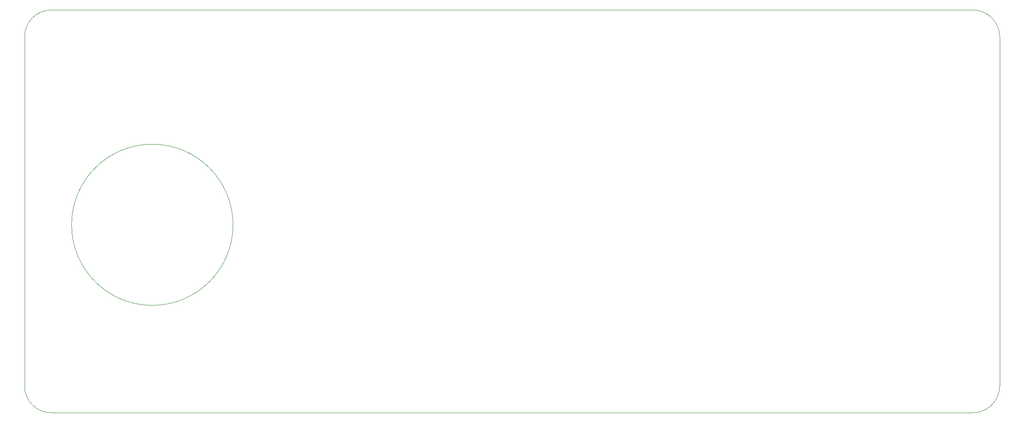
<source format=gbr>
%TF.GenerationSoftware,KiCad,Pcbnew,(5.1.8-0-10_14)*%
%TF.CreationDate,2021-12-04T19:42:54-08:00*%
%TF.ProjectId,Control,436f6e74-726f-46c2-9e6b-696361645f70,rev?*%
%TF.SameCoordinates,Original*%
%TF.FileFunction,Profile,NP*%
%FSLAX46Y46*%
G04 Gerber Fmt 4.6, Leading zero omitted, Abs format (unit mm)*
G04 Created by KiCad (PCBNEW (5.1.8-0-10_14)) date 2021-12-04 19:42:54*
%MOMM*%
%LPD*%
G01*
G04 APERTURE LIST*
%TA.AperFunction,Profile*%
%ADD10C,0.050000*%
%TD*%
G04 APERTURE END LIST*
D10*
X52070000Y-66040000D02*
G75*
G02*
X57150000Y-60960000I5080000J0D01*
G01*
X57150000Y-137160000D02*
G75*
G02*
X52070000Y-132080000I0J5080000D01*
G01*
X236220000Y-132080000D02*
G75*
G02*
X231140000Y-137160000I-5080000J0D01*
G01*
X231140000Y-60960000D02*
G75*
G02*
X236220000Y-66040000I0J-5080000D01*
G01*
X52070000Y-132080000D02*
X52070000Y-66040000D01*
X231140000Y-137160000D02*
X57150000Y-137160000D01*
X236220000Y-66040000D02*
X236220000Y-132080000D01*
X57150000Y-60960000D02*
X231140000Y-60960000D01*
X91440000Y-101600000D02*
G75*
G03*
X91440000Y-101600000I-15240000J0D01*
G01*
M02*

</source>
